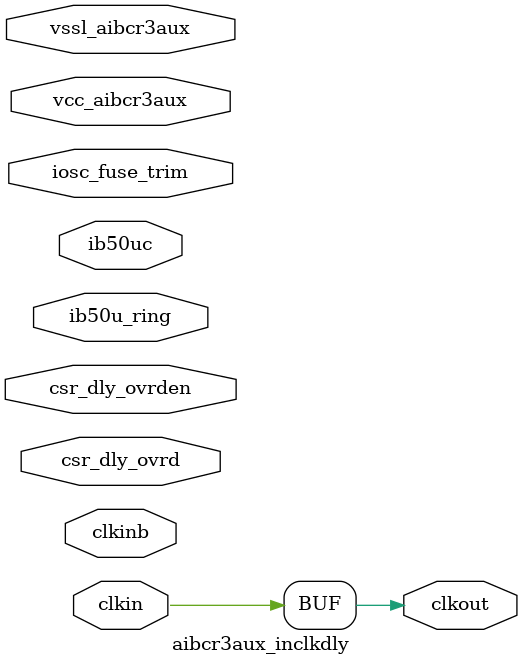
<source format=v>

`ifdef TIMESCALE_EN
`timescale 1ps/1ps
`endif

module aibcr3aux_inclkdly
 
#(
 parameter PERIOD = 500
)
(
output clkout,

input  clkin, clkinb, csr_dly_ovrden, ib50u_ring, ib50uc, vcc_aibcr3aux,
     vssl_aibcr3aux,

input [3:0]  csr_dly_ovrd,
input [9:0]  iosc_fuse_trim
);
//wire vssl , net033 , nbias , vbias , nocon0 , net032 ;




 
assign #PERIOD clkout =  clkin;

endmodule



</source>
